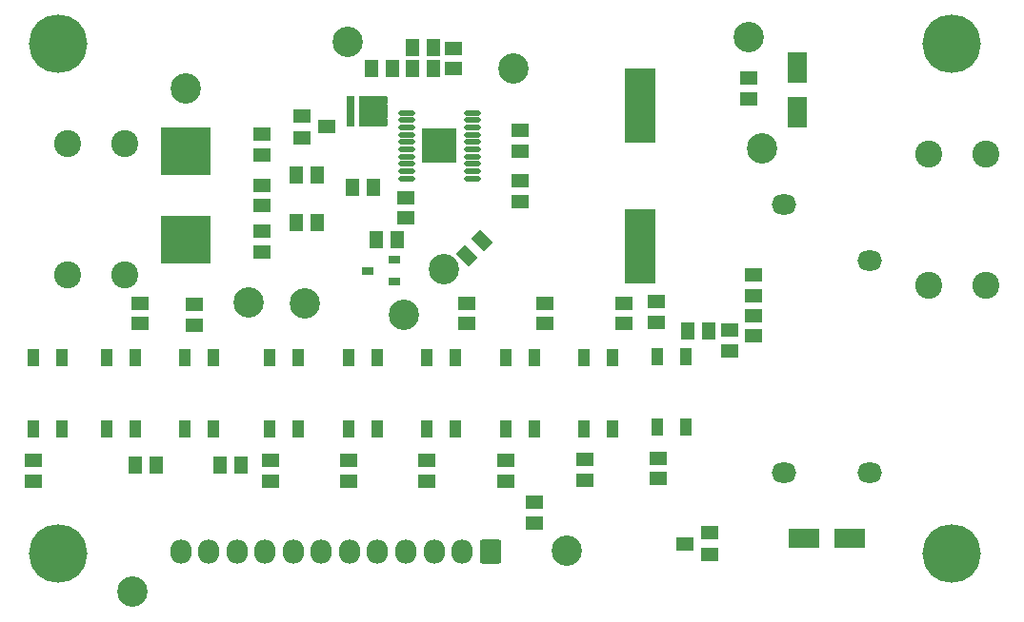
<source format=gbr>
%TF.GenerationSoftware,Altium Limited,Altium Designer,21.0.9 (235)*%
G04 Layer_Color=8388736*
%FSLAX45Y45*%
%MOMM*%
%TF.SameCoordinates,A479D27C-3FE7-47B0-89BC-BDD5A26E56ED*%
%TF.FilePolarity,Negative*%
%TF.FileFunction,Soldermask,Top*%
%TF.Part,Single*%
G01*
G75*
%TA.AperFunction,SMDPad,CuDef*%
%ADD17R,0.50000X0.50000*%
%TA.AperFunction,BGAPad,CuDef*%
%ADD18R,0.25000X0.25000*%
%TA.AperFunction,ComponentPad*%
%ADD40C,2.70320*%
%ADD41C,5.20320*%
%ADD42C,2.40320*%
%ADD43O,2.20320X1.80320*%
G04:AMPARAMS|DCode=44|XSize=1.9032mm|YSize=2.1532mm|CornerRadius=0.9516mm|HoleSize=0mm|Usage=FLASHONLY|Rotation=180.000|XOffset=0mm|YOffset=0mm|HoleType=Round|Shape=RoundedRectangle|*
%AMROUNDEDRECTD44*
21,1,1.90320,0.25000,0,0,180.0*
21,1,0.00000,2.15320,0,0,180.0*
1,1,1.90320,0.00000,0.12500*
1,1,1.90320,0.00000,0.12500*
1,1,1.90320,0.00000,-0.12500*
1,1,1.90320,0.00000,-0.12500*
%
%ADD44ROUNDEDRECTD44*%
G04:AMPARAMS|DCode=45|XSize=1.9032mm|YSize=2.1532mm|CornerRadius=0.2291mm|HoleSize=0mm|Usage=FLASHONLY|Rotation=180.000|XOffset=0mm|YOffset=0mm|HoleType=Round|Shape=RoundedRectangle|*
%AMROUNDEDRECTD45*
21,1,1.90320,1.69500,0,0,180.0*
21,1,1.44500,2.15320,0,0,180.0*
1,1,0.45820,-0.72250,0.84750*
1,1,0.45820,0.72250,0.84750*
1,1,0.45820,0.72250,-0.84750*
1,1,0.45820,-0.72250,-0.84750*
%
%ADD45ROUNDEDRECTD45*%
%TA.AperFunction,NonConductor*%
%ADD54R,3.06000X3.06000*%
%TA.AperFunction,SMDPad,CuDef*%
%ADD55R,1.60320X1.15320*%
%ADD56R,1.60320X1.20320*%
%ADD57R,2.70320X6.70320*%
%ADD58R,4.50320X4.30320*%
%ADD59R,1.80320X2.80320*%
%ADD60R,2.80320X1.80320*%
%ADD61R,1.15320X1.60320*%
%ADD62R,0.79000X0.66000*%
%ADD63O,1.50000X0.55000*%
G04:AMPARAMS|DCode=64|XSize=1.6032mm|YSize=1.1532mm|CornerRadius=0mm|HoleSize=0mm|Usage=FLASHONLY|Rotation=135.000|XOffset=0mm|YOffset=0mm|HoleType=Round|Shape=Rectangle|*
%AMROTATEDRECTD64*
4,1,4,0.97453,-0.15910,0.15910,-0.97453,-0.97453,0.15910,-0.15910,0.97453,0.97453,-0.15910,0.0*
%
%ADD64ROTATEDRECTD64*%

%ADD65R,1.10320X1.60320*%
%ADD66R,1.10320X0.80320*%
G36*
X4346101Y5002755D02*
X4347430Y5002668D01*
X4348737Y5002408D01*
X4349998Y5001980D01*
X4351192Y5001391D01*
X4352300Y5000651D01*
X4353301Y4999773D01*
X4354179Y4998772D01*
X4354919Y4997664D01*
X4355508Y4996470D01*
X4355936Y4995209D01*
X4356196Y4993902D01*
X4356283Y4992573D01*
X4356283Y4942877D01*
X4356196Y4941548D01*
X4355936Y4940242D01*
X4355791Y4939814D01*
X4355508Y4938981D01*
X4354919Y4937786D01*
X4354179Y4936679D01*
X4353301Y4935678D01*
X4353301D01*
Y4935677D01*
X4352701Y4935151D01*
X4353300Y4934626D01*
X4354178Y4933624D01*
X4354918Y4932517D01*
X4355507Y4931322D01*
X4355935Y4930061D01*
X4356195Y4928755D01*
X4356282Y4927426D01*
Y4877776D01*
X4356195Y4876447D01*
X4355935Y4875141D01*
X4355507Y4873880D01*
X4354918Y4872685D01*
X4354178Y4871578D01*
X4353300Y4870577D01*
X4352786Y4870126D01*
X4353300Y4869676D01*
X4354178Y4868675D01*
X4354918Y4867567D01*
X4355507Y4866373D01*
X4355935Y4865112D01*
X4356195Y4863805D01*
X4356282Y4862476D01*
X4356282Y4812676D01*
X4356195Y4811348D01*
X4355935Y4810041D01*
X4355507Y4808780D01*
X4354918Y4807586D01*
X4354178Y4806478D01*
X4353300Y4805477D01*
X4352701Y4804952D01*
X4353300Y4804426D01*
X4354178Y4803425D01*
X4354918Y4802317D01*
X4355507Y4801123D01*
X4355935Y4799862D01*
X4356195Y4798555D01*
X4356282Y4797226D01*
Y4747575D01*
X4356195Y4746246D01*
X4355935Y4744939D01*
X4355507Y4743678D01*
X4354918Y4742484D01*
X4354178Y4741376D01*
X4353300Y4740375D01*
X4352299Y4739497D01*
X4351191Y4738757D01*
X4349997Y4738168D01*
X4348736Y4737740D01*
X4347429Y4737480D01*
X4346100Y4737393D01*
X4114100D01*
X4112771Y4737480D01*
X4111465Y4737740D01*
X4110204Y4738168D01*
X4109009Y4738757D01*
X4107902Y4739497D01*
X4106901Y4740375D01*
X4106023Y4741376D01*
X4105283Y4742484D01*
X4104693Y4743678D01*
X4104265Y4744939D01*
X4104006Y4746246D01*
X4103918Y4747575D01*
Y4992574D01*
X4104006Y4993903D01*
X4104265Y4995210D01*
X4104693Y4996471D01*
X4105283Y4997665D01*
X4106023Y4998773D01*
X4106901Y4999774D01*
X4107902Y5000652D01*
X4109009Y5001392D01*
X4110204Y5001981D01*
X4111465Y5002409D01*
X4112771Y5002669D01*
X4114100Y5002756D01*
X4175600D01*
X4346101Y5002755D01*
D02*
G37*
D17*
X4275250Y4870825D02*
D03*
D18*
X4332650Y4771675D02*
D03*
X4333400Y4837075D02*
D03*
X4332500Y4902475D02*
D03*
X4333250Y4967875D02*
D03*
X4246700Y4761175D02*
D03*
X4180000Y4760000D02*
D03*
Y4980000D02*
D03*
X4246700Y4979575D02*
D03*
D40*
X5950000Y960000D02*
D03*
X7690000Y4540000D02*
D03*
X2560000Y5070000D02*
D03*
X3120000Y3170000D02*
D03*
X4500000Y3060000D02*
D03*
X3620000Y3160000D02*
D03*
X7570000Y5530000D02*
D03*
X2090000Y590000D02*
D03*
X5480000Y5250000D02*
D03*
X4000000Y5490000D02*
D03*
X4860000Y3460000D02*
D03*
D41*
X1430000Y5470000D02*
D03*
X9370000D02*
D03*
X1430000Y930000D02*
D03*
X9370000D02*
D03*
D42*
X9680000Y4489984D02*
D03*
X9172000D02*
D03*
X2018001Y4580000D02*
D03*
X1510001D02*
D03*
X2018001Y3410000D02*
D03*
X1510001D02*
D03*
X9680000Y3319984D02*
D03*
X9172000D02*
D03*
D43*
X8642000Y1650000D02*
D03*
Y3540000D02*
D03*
X7880000Y4040000D02*
D03*
Y1650000D02*
D03*
D44*
X5020000Y950000D02*
D03*
X4770000D02*
D03*
X4520000D02*
D03*
X4270000D02*
D03*
X4020000D02*
D03*
X3770000D02*
D03*
X3520000D02*
D03*
X3270000D02*
D03*
X3020000D02*
D03*
X2770000D02*
D03*
X2520000D02*
D03*
D45*
X5270000D02*
D03*
D54*
X4820001Y4562500D02*
D03*
D55*
X7400000Y2737500D02*
D03*
X5660000Y1392500D02*
D03*
Y1207500D02*
D03*
X7570000Y4977500D02*
D03*
Y5162500D02*
D03*
X4520000Y3917500D02*
D03*
Y4102500D02*
D03*
X3240000Y4662500D02*
D03*
Y4477500D02*
D03*
X5540000Y4702500D02*
D03*
Y4517500D02*
D03*
X3240000Y4212500D02*
D03*
Y4027500D02*
D03*
Y3802500D02*
D03*
Y3617500D02*
D03*
X5540000Y4252500D02*
D03*
Y4067500D02*
D03*
X6750000Y3172500D02*
D03*
Y2987500D02*
D03*
X7610000Y3227500D02*
D03*
Y3412500D02*
D03*
Y2867500D02*
D03*
Y3052500D02*
D03*
X7400000Y2922500D02*
D03*
X3320000Y1762500D02*
D03*
Y1577500D02*
D03*
X1210000Y1762500D02*
D03*
Y1577500D02*
D03*
X6760000Y1782500D02*
D03*
Y1597500D02*
D03*
X4940000Y5247500D02*
D03*
Y5432500D02*
D03*
X2160000Y3162500D02*
D03*
X4710000Y1762500D02*
D03*
Y1577500D02*
D03*
X5410000Y1762500D02*
D03*
Y1577500D02*
D03*
X6110000Y1772500D02*
D03*
Y1587500D02*
D03*
X2640000Y3152500D02*
D03*
Y2967500D02*
D03*
X5060000Y3162500D02*
D03*
Y2977500D02*
D03*
X5760000Y3162500D02*
D03*
Y2977500D02*
D03*
X6460000Y3162500D02*
D03*
Y2977500D02*
D03*
X4010000Y1762500D02*
D03*
Y1577500D02*
D03*
X2160000Y2977500D02*
D03*
D56*
X7000000Y1020000D02*
D03*
X7220000Y1115000D02*
D03*
Y925000D02*
D03*
X3820001Y4730000D02*
D03*
X3600001Y4635000D02*
D03*
Y4825000D02*
D03*
D57*
X6600000Y3670000D02*
D03*
Y4920000D02*
D03*
D58*
X2560000Y4515000D02*
D03*
Y3725000D02*
D03*
D59*
X8000000Y4857500D02*
D03*
Y5262500D02*
D03*
D60*
X8057500Y1070000D02*
D03*
X8462500D02*
D03*
D61*
X3547500Y4300000D02*
D03*
X3732500D02*
D03*
X4047500Y4190000D02*
D03*
X4232500D02*
D03*
X4442500Y3730000D02*
D03*
X4257500D02*
D03*
X3547500Y3880000D02*
D03*
X3732500D02*
D03*
X4762500Y5250000D02*
D03*
X4577500D02*
D03*
X4762500Y5440000D02*
D03*
X4577500D02*
D03*
X3052500Y1720000D02*
D03*
X2867500D02*
D03*
X2302500D02*
D03*
X2117500D02*
D03*
X4402500Y5250000D02*
D03*
X4217500D02*
D03*
X7212500Y2910000D02*
D03*
X7027500D02*
D03*
D62*
X4026600Y4967575D02*
D03*
Y4902275D02*
D03*
Y4836975D02*
D03*
Y4771675D02*
D03*
D63*
X5115001Y4855000D02*
D03*
Y4790000D02*
D03*
Y4725000D02*
D03*
Y4660000D02*
D03*
Y4595000D02*
D03*
Y4530000D02*
D03*
Y4465000D02*
D03*
Y4400000D02*
D03*
Y4335000D02*
D03*
Y4270000D02*
D03*
X4525001D02*
D03*
Y4335000D02*
D03*
Y4400000D02*
D03*
Y4465000D02*
D03*
Y4530000D02*
D03*
Y4595000D02*
D03*
Y4660000D02*
D03*
Y4725000D02*
D03*
Y4790000D02*
D03*
Y4855000D02*
D03*
D64*
X5195407Y3715407D02*
D03*
X5064593Y3584593D02*
D03*
D65*
X3310000Y2045000D02*
D03*
X3564000D02*
D03*
Y2675000D02*
D03*
X3310000D02*
D03*
X2812999Y2675000D02*
D03*
X2558999D02*
D03*
Y2045000D02*
D03*
X2812999D02*
D03*
X1860000Y2675000D02*
D03*
Y2045000D02*
D03*
X2114000D02*
D03*
X1213000Y2045000D02*
D03*
X1467000D02*
D03*
Y2675000D02*
D03*
X1213000D02*
D03*
X7006999Y2685000D02*
D03*
X6752999D02*
D03*
Y2055000D02*
D03*
X7006999D02*
D03*
X4707999Y2045000D02*
D03*
X4961999D02*
D03*
Y2675000D02*
D03*
X4707999D02*
D03*
X5406999Y2045000D02*
D03*
X5660999D02*
D03*
Y2675000D02*
D03*
X5406999D02*
D03*
X6105999Y2045000D02*
D03*
X6359999D02*
D03*
Y2675000D02*
D03*
X6105999D02*
D03*
X4009000Y2045000D02*
D03*
X4263000D02*
D03*
Y2675000D02*
D03*
X4009000D02*
D03*
X2114000Y2675000D02*
D03*
D66*
X4415000Y3355000D02*
D03*
Y3545000D02*
D03*
X4185000Y3450000D02*
D03*
%TF.MD5,311996724d838743da915cdef5f2f84e*%
M02*

</source>
